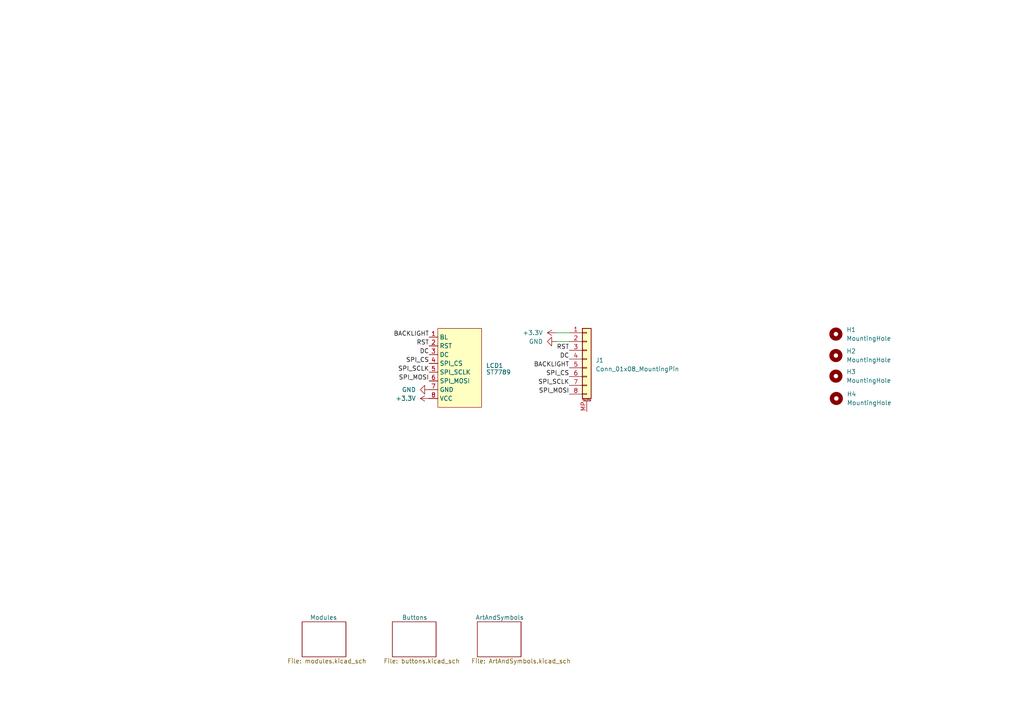
<source format=kicad_sch>
(kicad_sch (version 20250114) (generator "eeschema") (generator_version "9.0")
  (paper "A4")
  (lib_symbols
    (symbol "Connector_Generic_MountingPin:Conn_01x08_MountingPin" (pin_names (offset 1.016) (hide yes))
      (property "Reference" "J" (at 0 10.16 0))
      (property "Value" "Conn_01x08_MountingPin" (at 1.27 -12.7 0))
      (symbol "Conn_01x08_MountingPin_1_1"
        (rectangle (start -1.27 8.89) (end 1.27 -11.43) (stroke (width 0.254)) (fill (type background)))
        (rectangle (start -1.27 7.747) (end 0 7.493) (stroke (width 0.1524)))
        (rectangle (start -1.27 5.207) (end 0 4.953) (stroke (width 0.1524)))
        (rectangle (start -1.27 2.667) (end 0 2.413) (stroke (width 0.1524)))
        (rectangle (start -1.27 0.127) (end 0 -0.127) (stroke (width 0.1524)))
        (rectangle (start -1.27 -2.413) (end 0 -2.667) (stroke (width 0.1524)))
        (rectangle (start -1.27 -4.953) (end 0 -5.207) (stroke (width 0.1524)))
        (rectangle (start -1.27 -7.493) (end 0 -7.747) (stroke (width 0.1524)))
        (rectangle (start -1.27 -10.033) (end 0 -10.287) (stroke (width 0.1524)))
        (polyline (pts (xy -1.016 -12.192) (xy 1.016 -12.192)) (stroke (width 0.1524)))
        (text "Mounting" (at 0 -11.811 0) (effects (font (size 0.381 0.381))))
        (pin passive line (at -5.08 7.62 0) (length 3.81) (name "Pin_1") (number "1"))
        (pin passive line (at -5.08 5.08 0) (length 3.81) (name "Pin_2") (number "2"))
        (pin passive line (at -5.08 2.54 0) (length 3.81) (name "Pin_3") (number "3"))
        (pin passive line (at -5.08 0 0) (length 3.81) (name "Pin_4") (number "4"))
        (pin passive line (at -5.08 -2.54 0) (length 3.81) (name "Pin_5") (number "5"))
        (pin passive line (at -5.08 -5.08 0) (length 3.81) (name "Pin_6") (number "6"))
        (pin passive line (at -5.08 -7.62 0) (length 3.81) (name "Pin_7") (number "7"))
        (pin passive line (at -5.08 -10.16 0) (length 3.81) (name "Pin_8") (number "8"))
        (pin passive line (at 0 -15.24 90) (length 3.048) (name "MountPin") (number "MP"))
      )
    )
    (symbol "Mechanical:MountingHole" (pin_names (offset 1.016))
      (property "Reference" "H" (at 0 5.08 0))
      (property "Value" "MountingHole" (at 0 3.175 0))
      (symbol "MountingHole_0_1"
        (circle (center 0 0) (radius 1.27) (stroke (width 1.27)))
      )
    )
    (symbol "SeedSigner:LCD_ST7789"
      (property "Reference" "LCD" (at 0 12.446 0))
      (symbol "LCD_ST7789_1_1"
        (rectangle (start -6.35 11.43) (end 6.35 -11.43) (fill (type background)))
        (pin input line (at -8.89 8.89 0) (length 2.54) (name "BL") (number "1"))
        (pin input line (at -8.89 6.35 0) (length 2.54) (name "RST") (number "2"))
        (pin input line (at -8.89 3.81 0) (length 2.54) (name "DC") (number "3"))
        (pin input line (at -8.89 1.27 0) (length 2.54) (name "SPI_CS") (number "4"))
        (pin input line (at -8.89 -1.27 0) (length 2.54) (name "SPI_SCLK") (number "5"))
        (pin input line (at -8.89 -3.81 0) (length 2.54) (name "SPI_MOSI") (number "6"))
        (pin input line (at -8.89 -6.35 0) (length 2.54) (name "GND") (number "7"))
        (pin input line (at -8.89 -8.89 0) (length 2.54) (name "VCC") (number "8"))
      )
    )
    (symbol "power:+3.3V" (power) (pin_names (offset 0))
      (property "Value" "+3.3V" (at 0 3.556 0))
      (symbol "+3.3V_0_1"
        (polyline (pts (xy -0.762 1.27) (xy 0 2.54)))
        (polyline (pts (xy 0 2.54) (xy 0.762 1.27)))
        (polyline (pts (xy 0 0) (xy 0 2.54)))
      )
      (symbol "+3.3V_1_1"
        (pin power_in line (at 0 0 90) (length 0) (hide yes) (name "+3.3V") (number "1"))
      )
    )
    (symbol "power:GND" (power) (pin_names (offset 0))
      (property "Value" "GND" (at 0 -3.81 0))
      (symbol "GND_0_1"
        (polyline (pts (xy 0 0) (xy 0 -1.27) (xy 1.27 -1.27) (xy 0 -2.54) (xy -1.27 -1.27) (xy 0 -1.27)))
      )
      (symbol "GND_1_1"
        (pin power_in line (at 0 0 270) (length 0) (hide yes) (name "GND") (number "1"))
      )
    )
  )
  (wire (pts (xy 161.29 99.06) (xy 165.1 99.06)))
  (wire (pts (xy 161.29 96.52) (xy 165.1 96.52)))
  (label "DC" (at 165.1 104.14 180))
  (label "SPI_CS" (at 165.1 109.22 180))
  (label "RST" (at 165.1 101.6 180))
  (label "SPI_SCLK" (at 124.46 107.95 180))
  (label "BACKLIGHT" (at 165.1 106.68 180))
  (label "SPI_CS" (at 124.46 105.41 180))
  (label "SPI_MOSI" (at 165.1 114.3 180))
  (label "SPI_SCLK" (at 165.1 111.76 180))
  (label "BACKLIGHT" (at 124.46 97.79 180))
  (label "SPI_MOSI" (at 124.46 110.49 180))
  (label "DC" (at 124.46 102.87 180))
  (label "RST" (at 124.46 100.33 180))
  (symbol (lib_id "Mechanical:MountingHole") (at 242.57 115.57 0) (unit 1)
    (property "Reference" "H4" (at 245.618 114.2999 0) (effects (justify left)))
    (property "Value" "MountingHole" (at 245.618 116.8399 0) (effects (justify left)))
    (property "Footprint" "seedsigner-luckfox:MOUNT_HOLE_3MM" (effects (hide yes)))
  )
  (symbol (lib_id "SeedSigner:LCD_ST7789") (at 133.35 106.68 0) (unit 1)
    (property "Reference" "LCD1" (at 140.97 106.0449 0) (effects (justify left)))
    (property "Value" "ST7789" (at 140.97 107.95 0) (effects (justify left)))
    (property "Footprint" "Connector_PinHeader_2.54mm:PinHeader_1x08_P2.54mm_Vertical" (effects (hide yes)))
  )
  (symbol (lib_id "Mechanical:MountingHole") (at 242.443 103.124 0) (unit 1)
    (property "Reference" "H2" (at 245.491 101.8539 0) (effects (justify left)))
    (property "Value" "MountingHole" (at 245.491 104.3939 0) (effects (justify left)))
    (property "Footprint" "seedsigner-luckfox:MOUNT_HOLE_3MM" (effects (hide yes)))
  )
  (symbol (lib_id "Mechanical:MountingHole") (at 242.443 96.901 0) (unit 1)
    (property "Reference" "H1" (at 245.491 95.6309 0) (effects (justify left)))
    (property "Value" "MountingHole" (at 245.491 98.1709 0) (effects (justify left)))
    (property "Footprint" "seedsigner-luckfox:MOUNT_HOLE_3MM" (effects (hide yes)))
  )
  (symbol (lib_id "power:GND") (at 124.46 113.03 270) (unit 1)
    (property "Reference" "#PWR02" (effects (hide yes)))
    (property "Value" "GND" (at 120.65 113.0299 90) (effects (justify right)))
  )
  (symbol (lib_id "power:+3.3V") (at 124.46 115.57 90) (unit 1)
    (property "Reference" "#PWR01" (effects (hide yes)))
    (property "Value" "+3.3V" (at 120.65 115.5699 90) (effects (justify left)))
  )
  (symbol (lib_id "power:+3.3V") (at 161.29 96.52 90) (unit 1)
    (property "Reference" "#PWR05" (effects (hide yes)))
    (property "Value" "+3.3V" (at 157.48 96.5199 90) (effects (justify left)))
  )
  (symbol (lib_id "Mechanical:MountingHole") (at 242.443 109.093 0) (unit 1)
    (property "Reference" "H3" (at 245.491 107.8229 0) (effects (justify left)))
    (property "Value" "MountingHole" (at 245.491 110.3629 0) (effects (justify left)))
    (property "Footprint" "seedsigner-luckfox:MOUNT_HOLE_3MM" (effects (hide yes)))
  )
  (symbol (lib_id "Connector_Generic_MountingPin:Conn_01x08_MountingPin") (at 170.18 104.14 0) (unit 1)
    (property "Reference" "J1" (at 172.72 104.4955 0) (effects (justify left)))
    (property "Value" "Conn_01x08_MountingPin" (at 172.72 107.0355 0) (effects (justify left)))
    (property "Footprint" "Connector_PinHeader_2.54mm:PinHeader_1x08_P2.54mm_Horizontal" (effects (hide yes)))
    (property "Description" "Generic connectable mounting pin connector, single row, 01x08, script generated (kicad-library-utils/schlib/autogen/connector/)" (effects (hide yes)))
  )
  (symbol (lib_id "power:GND") (at 161.29 99.06 270) (unit 1)
    (property "Reference" "#PWR06" (effects (hide yes)))
    (property "Value" "GND" (at 157.48 99.0599 90) (effects (justify right)))
  )
  (sheet (at 113.792 180.34) (size 12.7 10.16) (stroke (width 0.1524))
    (property "Sheetname" "Buttons" (at 116.586 179.832 0) (effects (justify left bottom)))
    (property "Sheetfile" "buttons.kicad_sch" (at 111.252 191.008 0) (effects (justify left top)))
  )
  (sheet (at 138.43 180.34) (size 12.7 10.16) (stroke (width 0.1524))
    (property "Sheetname" "ArtAndSymbols" (at 137.922 179.832 0) (effects (justify left bottom)))
    (property "Sheetfile" "ArtAndSymbols.kicad_sch" (at 136.652 191.008 0) (effects (justify left top)))
  )
  (sheet (at 87.63 180.34) (size 12.7 10.16) (stroke (width 0.1524))
    (property "Sheetname" "Modules" (at 89.916 179.832 0) (effects (justify left bottom)))
    (property "Sheetfile" "modules.kicad_sch" (at 83.312 191.008 0) (effects (justify left top)))
  )
)
</source>
